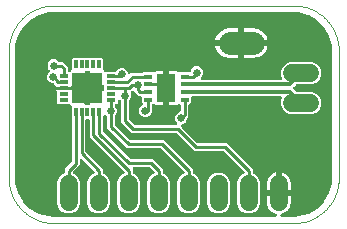
<source format=gtl>
G04 EAGLE Gerber X2 export*
%TF.Part,Single*%
%TF.FileFunction,Other,Top Layer*%
%TF.FilePolarity,Positive*%
%TF.GenerationSoftware,Autodesk,EAGLE,9.0.0*%
%TF.CreationDate,2018-05-03T06:16:30Z*%
G75*
%MOMM*%
%FSLAX35Y35*%
%LPD*%
%AMOC8*
5,1,8,0,0,1.08239X$1,22.5*%
G01*
%ADD10C,0.076200*%
%ADD11R,2.500000X2.500000*%
%ADD12R,0.750000X0.300000*%
%ADD13R,0.300000X0.750000*%
%ADD14R,1.550000X2.400000*%
%ADD15R,0.650000X0.350000*%
%ADD16C,1.500000*%
%ADD17C,1.981200*%
%ADD18C,1.524000*%
%ADD19C,0.254000*%
%ADD20C,0.650000*%
%ADD21C,0.355600*%

G36*
X2259818Y53960D02*
X2259818Y53960D01*
X2261009Y54034D01*
X2261392Y54158D01*
X2261790Y54209D01*
X2262899Y54648D01*
X2264035Y55016D01*
X2264375Y55231D01*
X2264748Y55379D01*
X2265713Y56080D01*
X2266722Y56719D01*
X2266998Y57012D01*
X2267323Y57248D01*
X2268084Y58167D01*
X2268902Y59036D01*
X2269095Y59388D01*
X2269352Y59698D01*
X2269861Y60777D01*
X2270437Y61823D01*
X2270537Y62212D01*
X2270708Y62575D01*
X2270933Y63747D01*
X2271231Y64903D01*
X2271232Y65304D01*
X2271308Y65699D01*
X2271234Y66888D01*
X2271236Y68084D01*
X2271136Y68475D01*
X2271111Y68874D01*
X2270745Y70005D01*
X2270449Y71166D01*
X2270256Y71520D01*
X2270132Y71901D01*
X2269494Y72910D01*
X2268921Y73956D01*
X2268648Y74249D01*
X2268432Y74589D01*
X2267561Y75410D01*
X2266748Y76279D01*
X2266409Y76495D01*
X2266117Y76771D01*
X2265070Y77348D01*
X2264065Y77989D01*
X2263513Y78208D01*
X2263332Y78308D01*
X2263129Y78361D01*
X2262558Y78588D01*
X2246999Y83643D01*
X2232749Y90903D01*
X2219811Y100304D01*
X2208504Y111611D01*
X2199103Y124549D01*
X2191843Y138799D01*
X2186901Y154008D01*
X2184399Y169804D01*
X2184399Y228601D01*
X2273298Y228601D01*
X2274478Y228750D01*
X2275663Y228823D01*
X2276050Y228948D01*
X2276454Y228999D01*
X2277560Y229437D01*
X2278690Y229802D01*
X2279034Y230020D01*
X2279413Y230169D01*
X2280372Y230866D01*
X2281378Y231502D01*
X2281658Y231800D01*
X2281987Y232038D01*
X2282744Y232952D01*
X2283559Y233818D01*
X2283756Y234174D01*
X2284016Y234488D01*
X2284523Y235562D01*
X2285097Y236603D01*
X2285199Y236998D01*
X2285373Y237365D01*
X2285596Y238530D01*
X2285894Y239682D01*
X2285933Y240287D01*
X2285972Y240489D01*
X2285959Y240695D01*
X2285998Y241300D01*
X2285998Y254002D01*
X2286002Y254002D01*
X2286002Y241300D01*
X2286151Y240120D01*
X2286224Y238936D01*
X2286349Y238549D01*
X2286400Y238144D01*
X2286838Y237038D01*
X2287203Y235909D01*
X2287421Y235564D01*
X2287571Y235186D01*
X2288267Y234227D01*
X2288903Y233220D01*
X2289201Y232940D01*
X2289439Y232612D01*
X2290353Y231855D01*
X2291219Y231039D01*
X2291575Y230842D01*
X2291889Y230582D01*
X2292963Y230076D01*
X2294004Y229501D01*
X2294399Y229399D01*
X2294767Y229226D01*
X2295932Y229002D01*
X2297083Y228704D01*
X2297688Y228665D01*
X2297891Y228627D01*
X2298097Y228639D01*
X2298701Y228601D01*
X2387600Y228601D01*
X2387600Y169804D01*
X2385098Y154008D01*
X2380157Y138799D01*
X2372896Y124549D01*
X2363496Y111611D01*
X2352189Y100304D01*
X2339250Y90903D01*
X2325001Y83643D01*
X2309441Y78588D01*
X2308360Y78079D01*
X2307252Y77640D01*
X2306927Y77405D01*
X2306563Y77233D01*
X2305641Y76471D01*
X2304677Y75772D01*
X2304421Y75463D01*
X2304111Y75206D01*
X2303410Y74242D01*
X2302648Y73322D01*
X2302476Y72958D01*
X2302240Y72633D01*
X2301801Y71525D01*
X2301291Y70444D01*
X2301216Y70050D01*
X2301068Y69677D01*
X2300917Y68492D01*
X2300692Y67320D01*
X2300717Y66920D01*
X2300666Y66521D01*
X2300815Y65335D01*
X2300888Y64145D01*
X2301012Y63764D01*
X2301062Y63364D01*
X2301501Y62253D01*
X2301868Y61118D01*
X2302082Y60779D01*
X2302230Y60405D01*
X2302929Y59440D01*
X2303568Y58430D01*
X2303861Y58154D01*
X2304096Y57829D01*
X2305013Y57068D01*
X2305883Y56249D01*
X2306235Y56054D01*
X2306544Y55798D01*
X2307621Y55289D01*
X2308668Y54711D01*
X2309058Y54610D01*
X2309420Y54439D01*
X2310592Y54213D01*
X2311748Y53914D01*
X2312342Y53876D01*
X2312544Y53837D01*
X2312752Y53850D01*
X2313366Y53810D01*
X2413000Y53810D01*
X2413208Y53837D01*
X2413830Y53838D01*
X2454880Y56528D01*
X2455310Y56611D01*
X2455746Y56615D01*
X2457336Y56934D01*
X2536637Y78182D01*
X2537426Y78504D01*
X2538247Y78732D01*
X2539482Y79343D01*
X2539582Y79384D01*
X2539618Y79410D01*
X2539700Y79451D01*
X2610799Y120500D01*
X2611479Y121016D01*
X2612212Y121448D01*
X2613243Y122355D01*
X2613333Y122423D01*
X2613362Y122459D01*
X2613429Y122518D01*
X2671481Y180571D01*
X2672003Y181243D01*
X2672601Y181851D01*
X2673365Y182998D01*
X2673431Y183084D01*
X2673449Y183124D01*
X2673500Y183201D01*
X2714549Y254300D01*
X2714879Y255084D01*
X2715299Y255827D01*
X2715532Y256516D01*
X2715626Y256715D01*
X2715661Y256897D01*
X2715741Y257135D01*
X2715782Y257233D01*
X2715788Y257275D01*
X2715818Y257363D01*
X2737066Y336663D01*
X2737125Y337096D01*
X2737263Y337512D01*
X2737472Y339120D01*
X2737863Y345083D01*
X2737863Y345085D01*
X2737863Y345087D01*
X2740162Y380169D01*
X2740150Y380378D01*
X2740189Y381000D01*
X2740189Y1460500D01*
X2740163Y1460708D01*
X2740162Y1461330D01*
X2737472Y1502380D01*
X2737388Y1502810D01*
X2737385Y1503246D01*
X2737288Y1503728D01*
X2737277Y1503903D01*
X2737213Y1504101D01*
X2737066Y1504836D01*
X2715818Y1584137D01*
X2715496Y1584926D01*
X2715268Y1585747D01*
X2714657Y1586982D01*
X2714616Y1587082D01*
X2714590Y1587118D01*
X2714549Y1587200D01*
X2673500Y1658299D01*
X2672984Y1658979D01*
X2672552Y1659712D01*
X2671645Y1660743D01*
X2671577Y1660833D01*
X2671541Y1660862D01*
X2671481Y1660929D01*
X2613429Y1718981D01*
X2612757Y1719503D01*
X2612148Y1720101D01*
X2611002Y1720865D01*
X2610916Y1720931D01*
X2610876Y1720949D01*
X2610799Y1721000D01*
X2539700Y1762049D01*
X2538913Y1762380D01*
X2538173Y1762799D01*
X2536869Y1763239D01*
X2536767Y1763282D01*
X2536723Y1763288D01*
X2536637Y1763318D01*
X2457336Y1784566D01*
X2456903Y1784625D01*
X2456488Y1784763D01*
X2454880Y1784972D01*
X2413831Y1787662D01*
X2413622Y1787650D01*
X2413000Y1787689D01*
X381000Y1787689D01*
X380792Y1787663D01*
X380169Y1787662D01*
X339120Y1784972D01*
X338690Y1784888D01*
X338253Y1784885D01*
X336664Y1784566D01*
X257363Y1763318D01*
X256574Y1762996D01*
X255753Y1762768D01*
X254518Y1762157D01*
X254418Y1762116D01*
X254382Y1762090D01*
X254300Y1762049D01*
X183201Y1721000D01*
X182521Y1720484D01*
X181788Y1720052D01*
X180757Y1719145D01*
X180667Y1719077D01*
X180638Y1719041D01*
X180571Y1718981D01*
X122518Y1660929D01*
X121997Y1660257D01*
X121399Y1659648D01*
X120635Y1658502D01*
X120568Y1658416D01*
X120551Y1658376D01*
X120500Y1658299D01*
X79451Y1587200D01*
X79120Y1586413D01*
X78701Y1585673D01*
X78261Y1584369D01*
X78218Y1584267D01*
X78211Y1584223D01*
X78182Y1584137D01*
X56934Y1504836D01*
X56874Y1504404D01*
X56737Y1503988D01*
X56528Y1502380D01*
X56526Y1502351D01*
X56526Y1502350D01*
X56526Y1502348D01*
X54029Y1464253D01*
X54029Y1464252D01*
X54029Y1464250D01*
X53838Y1461331D01*
X53850Y1461122D01*
X53810Y1460500D01*
X53810Y381000D01*
X53837Y380792D01*
X53838Y380169D01*
X56528Y339120D01*
X56611Y338690D01*
X56615Y338253D01*
X56934Y336664D01*
X78182Y257363D01*
X78504Y256574D01*
X78732Y255753D01*
X79343Y254518D01*
X79384Y254418D01*
X79410Y254382D01*
X79451Y254300D01*
X120500Y183201D01*
X121016Y182521D01*
X121448Y181788D01*
X122355Y180757D01*
X122423Y180667D01*
X122459Y180638D01*
X122518Y180571D01*
X180571Y122518D01*
X181243Y121997D01*
X181851Y121399D01*
X182998Y120635D01*
X183084Y120568D01*
X183124Y120551D01*
X183201Y120500D01*
X254300Y79451D01*
X255087Y79120D01*
X255827Y78701D01*
X257131Y78261D01*
X257233Y78218D01*
X257277Y78211D01*
X257363Y78182D01*
X336664Y56934D01*
X337096Y56874D01*
X337512Y56737D01*
X339120Y56528D01*
X380169Y53838D01*
X380378Y53850D01*
X381000Y53810D01*
X2258634Y53810D01*
X2259818Y53960D01*
G37*
%LPC*%
G36*
X488865Y81599D02*
X488865Y81599D01*
X453506Y96246D01*
X426446Y123306D01*
X411799Y158665D01*
X411799Y349335D01*
X426446Y384694D01*
X453506Y411754D01*
X467460Y417534D01*
X467715Y417679D01*
X467991Y417769D01*
X469091Y418464D01*
X470223Y419110D01*
X470432Y419313D01*
X470680Y419469D01*
X471574Y420419D01*
X472508Y421323D01*
X472661Y421572D01*
X472861Y421784D01*
X473491Y422926D01*
X474172Y424035D01*
X474258Y424313D01*
X474399Y424569D01*
X474725Y425832D01*
X475109Y427075D01*
X475123Y427366D01*
X475196Y427649D01*
X475299Y429267D01*
X475299Y458045D01*
X530330Y513076D01*
X530933Y513853D01*
X531611Y514573D01*
X531906Y515107D01*
X532280Y515589D01*
X532671Y516493D01*
X533149Y517358D01*
X533302Y517950D01*
X533544Y518508D01*
X533698Y519481D01*
X533946Y520438D01*
X534010Y521446D01*
X534043Y521650D01*
X534031Y521773D01*
X534049Y522055D01*
X534049Y889655D01*
X533926Y890633D01*
X533897Y891620D01*
X533727Y892207D01*
X533651Y892811D01*
X533289Y893727D01*
X533015Y894676D01*
X532705Y895203D01*
X532481Y895769D01*
X531902Y896567D01*
X531749Y896825D01*
X531749Y987112D01*
X531618Y988158D01*
X531575Y989211D01*
X531419Y989731D01*
X531351Y990268D01*
X530963Y991247D01*
X530660Y992258D01*
X530380Y992723D01*
X530181Y993226D01*
X529561Y994079D01*
X529017Y994982D01*
X528630Y995362D01*
X528312Y995800D01*
X527499Y996474D01*
X526748Y997212D01*
X526353Y997475D01*
X521024Y1002804D01*
X520660Y1003380D01*
X520265Y1003752D01*
X519938Y1004183D01*
X519112Y1004838D01*
X518344Y1005561D01*
X517870Y1005823D01*
X517445Y1006160D01*
X516483Y1006589D01*
X515559Y1007099D01*
X515034Y1007235D01*
X514540Y1007455D01*
X513502Y1007632D01*
X512480Y1007896D01*
X511622Y1007951D01*
X511404Y1007988D01*
X511247Y1007975D01*
X510862Y1007999D01*
X420965Y1007999D01*
X409249Y1019715D01*
X409249Y1108438D01*
X409134Y1109351D01*
X409117Y1110269D01*
X408936Y1110922D01*
X408851Y1111594D01*
X408513Y1112449D01*
X408267Y1113335D01*
X407745Y1114390D01*
X407681Y1114552D01*
X407630Y1114622D01*
X407548Y1114788D01*
X405580Y1118195D01*
X403849Y1124655D01*
X403849Y1130299D01*
X466747Y1130299D01*
X466749Y1130299D01*
X466753Y1130299D01*
X529651Y1130299D01*
X529799Y1129120D01*
X529873Y1127936D01*
X529998Y1127549D01*
X530049Y1127144D01*
X530486Y1126039D01*
X530852Y1124909D01*
X531069Y1124565D01*
X531219Y1124186D01*
X531915Y1123227D01*
X532552Y1122221D01*
X532849Y1121940D01*
X533088Y1121612D01*
X534001Y1120855D01*
X534867Y1120039D01*
X535223Y1119843D01*
X535538Y1119583D01*
X536612Y1119076D01*
X537652Y1118502D01*
X538047Y1118399D01*
X538415Y1118226D01*
X539580Y1118003D01*
X540732Y1117704D01*
X541337Y1117666D01*
X541539Y1117627D01*
X541745Y1117640D01*
X542350Y1117601D01*
X641351Y1117601D01*
X641351Y1013200D01*
X641500Y1012020D01*
X641573Y1010835D01*
X641698Y1010448D01*
X641749Y1010044D01*
X642187Y1008938D01*
X642552Y1007808D01*
X642770Y1007464D01*
X642920Y1007086D01*
X643616Y1006126D01*
X644253Y1005120D01*
X644550Y1004840D01*
X644788Y1004511D01*
X645702Y1003754D01*
X646568Y1002939D01*
X646924Y1002742D01*
X647238Y1002482D01*
X648313Y1001975D01*
X649353Y1001401D01*
X649748Y1001299D01*
X650116Y1001125D01*
X651281Y1000902D01*
X652433Y1000604D01*
X653037Y1000565D01*
X653240Y1000526D01*
X653446Y1000539D01*
X654050Y1000500D01*
X679449Y1000500D01*
X680629Y1000649D01*
X681813Y1000723D01*
X682200Y1000848D01*
X682605Y1000899D01*
X683711Y1001336D01*
X684840Y1001702D01*
X685185Y1001919D01*
X685563Y1002069D01*
X686523Y1002765D01*
X687529Y1003402D01*
X687809Y1003699D01*
X688138Y1003938D01*
X688894Y1004851D01*
X689710Y1005717D01*
X689907Y1006073D01*
X690167Y1006388D01*
X690673Y1007462D01*
X691248Y1008502D01*
X691350Y1008897D01*
X691523Y1009265D01*
X691747Y1010430D01*
X692045Y1011582D01*
X692084Y1012187D01*
X692123Y1012389D01*
X692110Y1012595D01*
X692148Y1013200D01*
X692148Y1117601D01*
X796550Y1117601D01*
X797730Y1117750D01*
X798914Y1117823D01*
X799301Y1117948D01*
X799706Y1117999D01*
X800812Y1118437D01*
X801941Y1118802D01*
X802286Y1119020D01*
X802664Y1119170D01*
X803623Y1119866D01*
X804630Y1120503D01*
X804910Y1120800D01*
X805238Y1121038D01*
X805995Y1121952D01*
X806811Y1122818D01*
X807008Y1123174D01*
X807268Y1123488D01*
X807774Y1124563D01*
X808349Y1125603D01*
X808451Y1125998D01*
X808624Y1126366D01*
X808848Y1127531D01*
X809146Y1128683D01*
X809185Y1129287D01*
X809223Y1129490D01*
X809211Y1129696D01*
X809249Y1130300D01*
X809249Y1155699D01*
X809100Y1156879D01*
X809027Y1158063D01*
X808902Y1158450D01*
X808851Y1158855D01*
X808413Y1159961D01*
X808048Y1161090D01*
X807830Y1161435D01*
X807681Y1161813D01*
X806984Y1162773D01*
X806348Y1163779D01*
X806050Y1164059D01*
X805812Y1164388D01*
X804898Y1165144D01*
X804033Y1165960D01*
X803676Y1166157D01*
X803362Y1166417D01*
X802288Y1166923D01*
X801248Y1167498D01*
X800853Y1167600D01*
X800485Y1167773D01*
X799320Y1167997D01*
X798168Y1168295D01*
X797563Y1168334D01*
X797361Y1168373D01*
X797155Y1168360D01*
X796550Y1168398D01*
X692148Y1168398D01*
X692148Y1272800D01*
X691999Y1273980D01*
X691926Y1275164D01*
X691801Y1275551D01*
X691750Y1275956D01*
X691313Y1277062D01*
X690947Y1278191D01*
X690729Y1278536D01*
X690580Y1278914D01*
X689883Y1279873D01*
X689247Y1280880D01*
X688949Y1281160D01*
X688711Y1281488D01*
X687798Y1282245D01*
X686932Y1283061D01*
X686575Y1283258D01*
X686261Y1283518D01*
X685187Y1284024D01*
X684147Y1284599D01*
X683752Y1284701D01*
X683384Y1284874D01*
X682219Y1285098D01*
X681067Y1285396D01*
X680462Y1285435D01*
X680260Y1285473D01*
X680054Y1285461D01*
X679449Y1285499D01*
X654050Y1285499D01*
X652870Y1285350D01*
X651686Y1285277D01*
X651299Y1285152D01*
X650894Y1285101D01*
X649789Y1284663D01*
X648659Y1284298D01*
X648315Y1284080D01*
X647936Y1283931D01*
X646977Y1283234D01*
X645971Y1282598D01*
X645690Y1282300D01*
X645362Y1282062D01*
X644605Y1281148D01*
X643789Y1280283D01*
X643593Y1279926D01*
X643333Y1279612D01*
X642826Y1278538D01*
X642252Y1277498D01*
X642149Y1277103D01*
X641976Y1276735D01*
X641753Y1275570D01*
X641454Y1274418D01*
X641416Y1273813D01*
X641377Y1273611D01*
X641390Y1273405D01*
X641351Y1272800D01*
X641351Y1168398D01*
X542350Y1168398D01*
X541170Y1168249D01*
X539985Y1168176D01*
X539598Y1168051D01*
X539194Y1168000D01*
X538088Y1167563D01*
X536958Y1167197D01*
X536614Y1166979D01*
X536236Y1166830D01*
X535276Y1166133D01*
X534270Y1165497D01*
X533990Y1165199D01*
X533661Y1164961D01*
X532904Y1164047D01*
X532089Y1163182D01*
X531892Y1162825D01*
X531632Y1162511D01*
X531125Y1161437D01*
X530551Y1160397D01*
X530449Y1160002D01*
X530275Y1159634D01*
X530052Y1158469D01*
X529754Y1157317D01*
X529715Y1156712D01*
X529676Y1156510D01*
X529689Y1156304D01*
X529650Y1155701D01*
X466753Y1155701D01*
X466751Y1155700D01*
X466747Y1155701D01*
X403843Y1155701D01*
X403726Y1156627D01*
X403697Y1157615D01*
X403527Y1158201D01*
X403451Y1158806D01*
X403088Y1159723D01*
X402814Y1160671D01*
X402505Y1161196D01*
X402281Y1161764D01*
X401702Y1162562D01*
X401201Y1163413D01*
X400533Y1164172D01*
X400412Y1164338D01*
X400317Y1164417D01*
X400130Y1164630D01*
X384375Y1180384D01*
X383597Y1180988D01*
X382878Y1181665D01*
X382343Y1181960D01*
X381862Y1182333D01*
X380958Y1182725D01*
X380093Y1183203D01*
X379503Y1183355D01*
X378943Y1183598D01*
X377968Y1183753D01*
X377013Y1184000D01*
X376005Y1184064D01*
X375801Y1184097D01*
X375678Y1184085D01*
X375396Y1184103D01*
X366307Y1184103D01*
X347010Y1192096D01*
X332242Y1206864D01*
X324249Y1226161D01*
X324249Y1247047D01*
X332242Y1266343D01*
X344096Y1278197D01*
X344824Y1279135D01*
X345611Y1280026D01*
X345797Y1280388D01*
X346046Y1280710D01*
X346518Y1281801D01*
X347059Y1282858D01*
X347148Y1283255D01*
X347310Y1283629D01*
X347496Y1284798D01*
X347758Y1285962D01*
X347746Y1286370D01*
X347809Y1286771D01*
X347698Y1287952D01*
X347663Y1289141D01*
X347550Y1289533D01*
X347512Y1289938D01*
X347111Y1291056D01*
X346781Y1292198D01*
X346574Y1292549D01*
X346437Y1292932D01*
X345771Y1293914D01*
X345167Y1294939D01*
X344768Y1295393D01*
X344651Y1295565D01*
X344496Y1295702D01*
X344096Y1296156D01*
X336492Y1303760D01*
X328499Y1323057D01*
X328499Y1343943D01*
X336492Y1363239D01*
X351260Y1378008D01*
X370557Y1386000D01*
X391443Y1386000D01*
X410739Y1378008D01*
X418827Y1369920D01*
X419605Y1369317D01*
X420324Y1368639D01*
X420858Y1368344D01*
X421340Y1367970D01*
X422244Y1367578D01*
X423109Y1367101D01*
X423701Y1366948D01*
X424259Y1366706D01*
X425232Y1366552D01*
X426189Y1366304D01*
X427197Y1366239D01*
X427401Y1366207D01*
X427524Y1366218D01*
X427807Y1366200D01*
X458045Y1366200D01*
X499450Y1324795D01*
X499450Y1292281D01*
X499625Y1290900D01*
X499754Y1289519D01*
X499823Y1289327D01*
X499849Y1289125D01*
X500360Y1287832D01*
X500830Y1286525D01*
X500944Y1286356D01*
X501019Y1286167D01*
X501836Y1285042D01*
X502615Y1283892D01*
X502768Y1283757D01*
X502888Y1283592D01*
X503958Y1282706D01*
X504999Y1281786D01*
X505181Y1281693D01*
X505338Y1281563D01*
X506592Y1280971D01*
X507832Y1280338D01*
X508031Y1280293D01*
X508215Y1280206D01*
X509575Y1279946D01*
X510935Y1279639D01*
X511139Y1279645D01*
X511339Y1279607D01*
X512720Y1279693D01*
X514115Y1279734D01*
X514312Y1279791D01*
X514514Y1279803D01*
X515832Y1280230D01*
X517171Y1280616D01*
X517347Y1280720D01*
X517541Y1280783D01*
X518715Y1281525D01*
X519913Y1282230D01*
X520124Y1282416D01*
X520229Y1282483D01*
X520373Y1282635D01*
X521130Y1283301D01*
X526555Y1288727D01*
X527130Y1289090D01*
X527502Y1289485D01*
X527933Y1289812D01*
X528588Y1290638D01*
X529311Y1291405D01*
X529573Y1291880D01*
X529910Y1292304D01*
X530339Y1293267D01*
X530849Y1294190D01*
X530985Y1294716D01*
X531205Y1295210D01*
X531382Y1296248D01*
X531646Y1297270D01*
X531701Y1298128D01*
X531738Y1298346D01*
X531725Y1298503D01*
X531749Y1298888D01*
X531749Y1388785D01*
X543465Y1400500D01*
X790035Y1400500D01*
X801750Y1388785D01*
X801750Y1298888D01*
X801882Y1297842D01*
X801925Y1296788D01*
X802081Y1296269D01*
X802149Y1295732D01*
X802536Y1294753D01*
X802840Y1293742D01*
X803120Y1293277D01*
X803319Y1292774D01*
X803939Y1291920D01*
X804483Y1291018D01*
X804869Y1290638D01*
X805188Y1290199D01*
X806001Y1289526D01*
X806752Y1288788D01*
X807147Y1288524D01*
X812476Y1283196D01*
X812840Y1282620D01*
X813235Y1282248D01*
X813562Y1281817D01*
X814388Y1281162D01*
X815155Y1280439D01*
X815630Y1280177D01*
X816054Y1279840D01*
X817017Y1279411D01*
X817940Y1278901D01*
X818466Y1278765D01*
X818960Y1278545D01*
X819998Y1278368D01*
X821020Y1278104D01*
X821878Y1278049D01*
X822096Y1278012D01*
X822253Y1278025D01*
X822638Y1278000D01*
X899644Y1278000D01*
X899935Y1278037D01*
X900225Y1278014D01*
X901507Y1278236D01*
X902800Y1278399D01*
X903072Y1278506D01*
X903360Y1278556D01*
X904549Y1279091D01*
X905758Y1279569D01*
X905994Y1279740D01*
X906261Y1279860D01*
X907282Y1280675D01*
X908333Y1281438D01*
X908518Y1281662D01*
X908748Y1281845D01*
X909532Y1282886D01*
X910362Y1283888D01*
X910487Y1284152D01*
X910663Y1284385D01*
X911377Y1285840D01*
X912992Y1289739D01*
X927760Y1304508D01*
X947057Y1312500D01*
X967943Y1312500D01*
X987239Y1304508D01*
X1002008Y1289739D01*
X1009668Y1271246D01*
X1009913Y1270814D01*
X1010080Y1270350D01*
X1010698Y1269440D01*
X1011243Y1268482D01*
X1011588Y1268127D01*
X1011866Y1267717D01*
X1012691Y1266988D01*
X1013457Y1266197D01*
X1013879Y1265938D01*
X1014250Y1265611D01*
X1015228Y1265110D01*
X1016168Y1264534D01*
X1016642Y1264388D01*
X1017082Y1264163D01*
X1018157Y1263921D01*
X1019208Y1263597D01*
X1019702Y1263573D01*
X1020186Y1263464D01*
X1021286Y1263497D01*
X1022386Y1263444D01*
X1022871Y1263544D01*
X1023365Y1263559D01*
X1024423Y1263864D01*
X1025501Y1264086D01*
X1025946Y1264304D01*
X1026422Y1264441D01*
X1027371Y1265000D01*
X1028359Y1265483D01*
X1028736Y1265803D01*
X1029163Y1266055D01*
X1030380Y1267126D01*
X1036455Y1273200D01*
X1127655Y1273200D01*
X1128633Y1273324D01*
X1129620Y1273353D01*
X1130207Y1273523D01*
X1130811Y1273599D01*
X1131727Y1273961D01*
X1132676Y1274235D01*
X1133203Y1274545D01*
X1133769Y1274769D01*
X1134567Y1275348D01*
X1135418Y1275849D01*
X1136175Y1276516D01*
X1136343Y1276638D01*
X1136423Y1276733D01*
X1136635Y1276920D01*
X1137715Y1278000D01*
X1219541Y1278000D01*
X1220031Y1277568D01*
X1220393Y1277382D01*
X1220714Y1277133D01*
X1221805Y1276661D01*
X1222863Y1276120D01*
X1223260Y1276030D01*
X1223633Y1275869D01*
X1224806Y1275683D01*
X1225967Y1275421D01*
X1226374Y1275433D01*
X1226775Y1275370D01*
X1227959Y1275481D01*
X1229147Y1275516D01*
X1229537Y1275629D01*
X1229943Y1275667D01*
X1231063Y1276069D01*
X1232203Y1276398D01*
X1232553Y1276604D01*
X1232937Y1276742D01*
X1233921Y1277409D01*
X1234944Y1278012D01*
X1235398Y1278411D01*
X1235569Y1278527D01*
X1235707Y1278683D01*
X1236162Y1279083D01*
X1240404Y1283326D01*
X1246195Y1286669D01*
X1252655Y1288400D01*
X1308101Y1288400D01*
X1308101Y1155701D01*
X1308250Y1154521D01*
X1308323Y1153337D01*
X1308448Y1152950D01*
X1308499Y1152545D01*
X1308937Y1151439D01*
X1309302Y1150310D01*
X1309520Y1149965D01*
X1309670Y1149587D01*
X1310366Y1148628D01*
X1311003Y1147621D01*
X1311300Y1147341D01*
X1311538Y1147013D01*
X1312452Y1146256D01*
X1313318Y1145440D01*
X1313674Y1145243D01*
X1313988Y1144983D01*
X1315063Y1144477D01*
X1316103Y1143902D01*
X1316498Y1143800D01*
X1316866Y1143627D01*
X1318031Y1143403D01*
X1319183Y1143105D01*
X1319787Y1143066D01*
X1319990Y1143028D01*
X1320196Y1143040D01*
X1320800Y1143002D01*
X1346199Y1143002D01*
X1347379Y1143151D01*
X1348563Y1143224D01*
X1348950Y1143349D01*
X1349355Y1143400D01*
X1350461Y1143838D01*
X1351590Y1144203D01*
X1351935Y1144421D01*
X1352313Y1144570D01*
X1353273Y1145267D01*
X1354279Y1145903D01*
X1354559Y1146201D01*
X1354888Y1146439D01*
X1355644Y1147353D01*
X1356460Y1148218D01*
X1356657Y1148575D01*
X1356917Y1148889D01*
X1357423Y1149963D01*
X1357998Y1151003D01*
X1358100Y1151398D01*
X1358273Y1151766D01*
X1358497Y1152931D01*
X1358795Y1154083D01*
X1358834Y1154688D01*
X1358873Y1154890D01*
X1358860Y1155096D01*
X1358898Y1155701D01*
X1358898Y1288400D01*
X1414344Y1288400D01*
X1420804Y1286669D01*
X1426595Y1283326D01*
X1430838Y1279083D01*
X1431780Y1278352D01*
X1432668Y1277568D01*
X1433029Y1277383D01*
X1433351Y1277133D01*
X1434443Y1276660D01*
X1435500Y1276120D01*
X1435898Y1276030D01*
X1436271Y1275869D01*
X1437443Y1275683D01*
X1438604Y1275421D01*
X1439011Y1275433D01*
X1439412Y1275370D01*
X1440596Y1275481D01*
X1441784Y1275516D01*
X1442174Y1275629D01*
X1442579Y1275667D01*
X1443698Y1276068D01*
X1444840Y1276398D01*
X1445191Y1276605D01*
X1445573Y1276742D01*
X1446557Y1277409D01*
X1447561Y1278000D01*
X1528406Y1278000D01*
X1528695Y1278037D01*
X1528987Y1278013D01*
X1530272Y1278236D01*
X1531562Y1278399D01*
X1531833Y1278506D01*
X1532121Y1278556D01*
X1533308Y1279089D01*
X1534520Y1279569D01*
X1534757Y1279741D01*
X1535023Y1279860D01*
X1536040Y1280673D01*
X1537094Y1281438D01*
X1537281Y1281663D01*
X1537509Y1281845D01*
X1538291Y1282883D01*
X1539124Y1283888D01*
X1539249Y1284153D01*
X1539424Y1284385D01*
X1540139Y1285840D01*
X1547242Y1302989D01*
X1562010Y1317758D01*
X1581307Y1325750D01*
X1602193Y1325750D01*
X1621489Y1317758D01*
X1636258Y1302989D01*
X1644250Y1283693D01*
X1644250Y1262807D01*
X1636258Y1243511D01*
X1627706Y1234960D01*
X1626854Y1233862D01*
X1625968Y1232792D01*
X1625881Y1232607D01*
X1625756Y1232446D01*
X1625204Y1231172D01*
X1624612Y1229914D01*
X1624573Y1229714D01*
X1624492Y1229527D01*
X1624274Y1228156D01*
X1624013Y1226790D01*
X1624025Y1226587D01*
X1623993Y1226385D01*
X1624123Y1224998D01*
X1624209Y1223615D01*
X1624271Y1223423D01*
X1624290Y1223218D01*
X1624762Y1221905D01*
X1625188Y1220588D01*
X1625297Y1220416D01*
X1625366Y1220224D01*
X1626143Y1219078D01*
X1626888Y1217900D01*
X1627038Y1217759D01*
X1627151Y1217592D01*
X1628188Y1216675D01*
X1629203Y1215719D01*
X1629382Y1215620D01*
X1629535Y1215485D01*
X1630770Y1214854D01*
X1631988Y1214181D01*
X1632187Y1214130D01*
X1632368Y1214037D01*
X1633722Y1213732D01*
X1635068Y1213384D01*
X1635350Y1213366D01*
X1635471Y1213338D01*
X1635680Y1213345D01*
X1636686Y1213280D01*
X2303160Y1213280D01*
X2303652Y1213343D01*
X2304146Y1213319D01*
X2305224Y1213541D01*
X2306316Y1213679D01*
X2306776Y1213861D01*
X2307262Y1213961D01*
X2308252Y1214445D01*
X2309274Y1214849D01*
X2309675Y1215140D01*
X2310120Y1215357D01*
X2310957Y1216071D01*
X2311849Y1216718D01*
X2312165Y1217099D01*
X2312541Y1217420D01*
X2313175Y1218319D01*
X2313878Y1219168D01*
X2314089Y1219615D01*
X2314374Y1220020D01*
X2314766Y1221050D01*
X2315235Y1222045D01*
X2315328Y1222530D01*
X2315504Y1222994D01*
X2315627Y1224089D01*
X2315834Y1225169D01*
X2315803Y1225663D01*
X2315858Y1226155D01*
X2315705Y1227247D01*
X2315638Y1228344D01*
X2315485Y1228814D01*
X2315417Y1229305D01*
X2314893Y1230840D01*
X2306499Y1251103D01*
X2306499Y1288897D01*
X2320963Y1323814D01*
X2347686Y1350537D01*
X2382603Y1365000D01*
X2570397Y1365000D01*
X2605314Y1350537D01*
X2632037Y1323814D01*
X2646500Y1288897D01*
X2646500Y1251103D01*
X2632037Y1216186D01*
X2605314Y1189463D01*
X2570397Y1174999D01*
X2440189Y1174999D01*
X2439212Y1174876D01*
X2438224Y1174847D01*
X2437638Y1174677D01*
X2437033Y1174601D01*
X2436118Y1174239D01*
X2435168Y1173965D01*
X2434641Y1173655D01*
X2434075Y1173431D01*
X2433277Y1172852D01*
X2432427Y1172351D01*
X2431669Y1171684D01*
X2431501Y1171562D01*
X2431421Y1171466D01*
X2431209Y1171280D01*
X2411909Y1151980D01*
X2411182Y1151042D01*
X2410394Y1150151D01*
X2410209Y1149788D01*
X2409959Y1149467D01*
X2409488Y1148377D01*
X2408947Y1147318D01*
X2408857Y1146921D01*
X2408695Y1146547D01*
X2408509Y1145377D01*
X2408248Y1144215D01*
X2408260Y1143807D01*
X2408196Y1143406D01*
X2408307Y1142226D01*
X2408343Y1141035D01*
X2408456Y1140643D01*
X2408494Y1140238D01*
X2408894Y1139123D01*
X2409224Y1137979D01*
X2409431Y1137628D01*
X2409569Y1137244D01*
X2410237Y1136260D01*
X2410838Y1135238D01*
X2411238Y1134783D01*
X2411354Y1134612D01*
X2411510Y1134474D01*
X2411909Y1134020D01*
X2431209Y1114720D01*
X2431988Y1114116D01*
X2432707Y1113439D01*
X2433241Y1113144D01*
X2433723Y1112770D01*
X2434627Y1112378D01*
X2435492Y1111901D01*
X2436083Y1111748D01*
X2436642Y1111506D01*
X2437615Y1111351D01*
X2438571Y1111104D01*
X2439579Y1111039D01*
X2439783Y1111007D01*
X2439906Y1111018D01*
X2440189Y1111000D01*
X2570397Y1111000D01*
X2605314Y1096537D01*
X2632037Y1069814D01*
X2646500Y1034897D01*
X2646500Y997103D01*
X2632037Y962186D01*
X2605314Y935463D01*
X2570397Y920999D01*
X2382603Y920999D01*
X2347686Y935463D01*
X2320963Y962186D01*
X2306499Y997103D01*
X2306499Y1034897D01*
X2314893Y1055160D01*
X2315023Y1055637D01*
X2315235Y1056085D01*
X2315442Y1057164D01*
X2315733Y1058228D01*
X2315741Y1058724D01*
X2315834Y1059209D01*
X2315766Y1060307D01*
X2315783Y1061409D01*
X2315668Y1061891D01*
X2315638Y1062384D01*
X2315299Y1063431D01*
X2315042Y1064503D01*
X2314811Y1064940D01*
X2314658Y1065411D01*
X2314069Y1066343D01*
X2313555Y1067315D01*
X2313223Y1067681D01*
X2312958Y1068100D01*
X2312155Y1068857D01*
X2311416Y1069669D01*
X2311004Y1069941D01*
X2310643Y1070281D01*
X2309678Y1070814D01*
X2308759Y1071418D01*
X2308292Y1071579D01*
X2307858Y1071819D01*
X2306792Y1072095D01*
X2305751Y1072453D01*
X2305257Y1072492D01*
X2304778Y1072616D01*
X2303160Y1072719D01*
X1553700Y1072719D01*
X1552520Y1072570D01*
X1551335Y1072497D01*
X1550948Y1072372D01*
X1550544Y1072321D01*
X1549438Y1071883D01*
X1548308Y1071518D01*
X1547964Y1071300D01*
X1547586Y1071151D01*
X1546626Y1070454D01*
X1545620Y1069818D01*
X1545340Y1069520D01*
X1545011Y1069282D01*
X1544254Y1068368D01*
X1543439Y1067503D01*
X1543242Y1067146D01*
X1542982Y1066832D01*
X1542475Y1065758D01*
X1541901Y1064718D01*
X1541799Y1064323D01*
X1541625Y1063955D01*
X1541402Y1062790D01*
X1541104Y1061638D01*
X1541065Y1061033D01*
X1541026Y1060831D01*
X1541039Y1060625D01*
X1541000Y1060020D01*
X1541000Y1019715D01*
X1527531Y1006246D01*
X1526826Y1005734D01*
X1525820Y1005098D01*
X1525540Y1004800D01*
X1525211Y1004562D01*
X1524454Y1003648D01*
X1523639Y1002783D01*
X1523442Y1002426D01*
X1523182Y1002112D01*
X1522675Y1001038D01*
X1522101Y999998D01*
X1521999Y999603D01*
X1521825Y999235D01*
X1521602Y998070D01*
X1521304Y996918D01*
X1521265Y996313D01*
X1521226Y996111D01*
X1521239Y995905D01*
X1521200Y995300D01*
X1521200Y903455D01*
X1516720Y898975D01*
X1516116Y898196D01*
X1515439Y897477D01*
X1515144Y896943D01*
X1514770Y896461D01*
X1514378Y895557D01*
X1513901Y894692D01*
X1513748Y894101D01*
X1513506Y893542D01*
X1513351Y892569D01*
X1513104Y891613D01*
X1513039Y890604D01*
X1513007Y890400D01*
X1513018Y890278D01*
X1513000Y889995D01*
X1513000Y878557D01*
X1505008Y859260D01*
X1490239Y844492D01*
X1470463Y836301D01*
X1469343Y836195D01*
X1469151Y836127D01*
X1468949Y836101D01*
X1467656Y835590D01*
X1466349Y835120D01*
X1466180Y835006D01*
X1465991Y834931D01*
X1464866Y834114D01*
X1463716Y833334D01*
X1463581Y833182D01*
X1463416Y833062D01*
X1462530Y831992D01*
X1461610Y830951D01*
X1461517Y830769D01*
X1461387Y830612D01*
X1460795Y829358D01*
X1460162Y828118D01*
X1460117Y827918D01*
X1460030Y827735D01*
X1459770Y826375D01*
X1459463Y825015D01*
X1459469Y824810D01*
X1459431Y824611D01*
X1459517Y823230D01*
X1459558Y821835D01*
X1459615Y821638D01*
X1459628Y821436D01*
X1460054Y820118D01*
X1460440Y818778D01*
X1460544Y818603D01*
X1460607Y818409D01*
X1461349Y817235D01*
X1462054Y816037D01*
X1462240Y815825D01*
X1462307Y815720D01*
X1462459Y815577D01*
X1463125Y814820D01*
X1469770Y808175D01*
X1469771Y808174D01*
X1597326Y680620D01*
X1598103Y680017D01*
X1598823Y679339D01*
X1599357Y679044D01*
X1599839Y678670D01*
X1600743Y678278D01*
X1601608Y677801D01*
X1602200Y677648D01*
X1602758Y677406D01*
X1603731Y677252D01*
X1604688Y677004D01*
X1605696Y676939D01*
X1605900Y676907D01*
X1606023Y676918D01*
X1606305Y676900D01*
X1845845Y676900D01*
X2064700Y458045D01*
X2064700Y429267D01*
X2064737Y428978D01*
X2064713Y428686D01*
X2064936Y427401D01*
X2065099Y426111D01*
X2065206Y425839D01*
X2065256Y425552D01*
X2065789Y424365D01*
X2066269Y423153D01*
X2066441Y422916D01*
X2066560Y422650D01*
X2067373Y421633D01*
X2068138Y420578D01*
X2068363Y420392D01*
X2068545Y420164D01*
X2069583Y419382D01*
X2070588Y418549D01*
X2070853Y418424D01*
X2071085Y418249D01*
X2072540Y417534D01*
X2086494Y411754D01*
X2113554Y384694D01*
X2128200Y349335D01*
X2128200Y158665D01*
X2113554Y123306D01*
X2086494Y96246D01*
X2051135Y81599D01*
X2012865Y81599D01*
X1977506Y96246D01*
X1950446Y123306D01*
X1935799Y158665D01*
X1935799Y349335D01*
X1950446Y384694D01*
X1977506Y411754D01*
X1988934Y416488D01*
X1989364Y416733D01*
X1989830Y416900D01*
X1990741Y417518D01*
X1991697Y418064D01*
X1992053Y418408D01*
X1992463Y418686D01*
X1993192Y419512D01*
X1993982Y420277D01*
X1994241Y420699D01*
X1994569Y421070D01*
X1995070Y422050D01*
X1995646Y422989D01*
X1995792Y423462D01*
X1996017Y423902D01*
X1996258Y424976D01*
X1996583Y426028D01*
X1996607Y426522D01*
X1996715Y427006D01*
X1996683Y428109D01*
X1996735Y429206D01*
X1996635Y429689D01*
X1996621Y430185D01*
X1996315Y431245D01*
X1996093Y432322D01*
X1995876Y432766D01*
X1995739Y433242D01*
X1995180Y434190D01*
X1994697Y435180D01*
X1994375Y435558D01*
X1994125Y435983D01*
X1993054Y437200D01*
X1822474Y607780D01*
X1821697Y608383D01*
X1820977Y609061D01*
X1820442Y609357D01*
X1819961Y609730D01*
X1819058Y610120D01*
X1818192Y610599D01*
X1817600Y610752D01*
X1817042Y610994D01*
X1816069Y611148D01*
X1815112Y611396D01*
X1814104Y611460D01*
X1813900Y611493D01*
X1813777Y611481D01*
X1813494Y611499D01*
X1573954Y611499D01*
X1423524Y761930D01*
X1422746Y762533D01*
X1422027Y763211D01*
X1421493Y763506D01*
X1421011Y763880D01*
X1420107Y764271D01*
X1419242Y764749D01*
X1418650Y764902D01*
X1418092Y765144D01*
X1417119Y765298D01*
X1416162Y765546D01*
X1415154Y765610D01*
X1414950Y765643D01*
X1414827Y765631D01*
X1414544Y765649D01*
X1038804Y765649D01*
X951549Y852904D01*
X951549Y1032693D01*
X951426Y1033671D01*
X951397Y1034658D01*
X951227Y1035245D01*
X951151Y1035849D01*
X950789Y1036765D01*
X950515Y1037715D01*
X950205Y1038241D01*
X949981Y1038808D01*
X949402Y1039605D01*
X948901Y1040456D01*
X948234Y1041213D01*
X948112Y1041382D01*
X948016Y1041461D01*
X947830Y1041673D01*
X945929Y1043573D01*
X944834Y1044423D01*
X943762Y1045312D01*
X943577Y1045399D01*
X943416Y1045523D01*
X942143Y1046075D01*
X940884Y1046668D01*
X940684Y1046707D01*
X940497Y1046788D01*
X939127Y1047005D01*
X937760Y1047267D01*
X937557Y1047255D01*
X937355Y1047287D01*
X935973Y1047157D01*
X934585Y1047071D01*
X934391Y1047008D01*
X934188Y1046989D01*
X932879Y1046519D01*
X931558Y1046092D01*
X931387Y1045983D01*
X931194Y1045914D01*
X930044Y1045134D01*
X928870Y1044392D01*
X928730Y1044243D01*
X928561Y1044128D01*
X927642Y1043088D01*
X926689Y1042076D01*
X926590Y1041898D01*
X926455Y1041745D01*
X925824Y1040510D01*
X925151Y1039291D01*
X925100Y1039093D01*
X925007Y1038912D01*
X924702Y1037558D01*
X924354Y1036212D01*
X924336Y1035930D01*
X924308Y1035809D01*
X924315Y1035600D01*
X924250Y1034594D01*
X924250Y1019715D01*
X912535Y1007999D01*
X912150Y1007999D01*
X910970Y1007850D01*
X909785Y1007777D01*
X909398Y1007652D01*
X908994Y1007601D01*
X907888Y1007163D01*
X906758Y1006798D01*
X906414Y1006580D01*
X906036Y1006431D01*
X905076Y1005734D01*
X904070Y1005098D01*
X903790Y1004800D01*
X903461Y1004562D01*
X902704Y1003648D01*
X901889Y1002783D01*
X901692Y1002426D01*
X901432Y1002112D01*
X900925Y1001038D01*
X900351Y999998D01*
X900249Y999603D01*
X900075Y999235D01*
X899852Y998070D01*
X899554Y996918D01*
X899515Y996313D01*
X899476Y996111D01*
X899489Y995905D01*
X899450Y995300D01*
X899450Y990557D01*
X899574Y989579D01*
X899603Y988592D01*
X899773Y988005D01*
X899849Y987401D01*
X900211Y986485D01*
X900485Y985535D01*
X900795Y985009D01*
X901019Y984443D01*
X901598Y983645D01*
X902099Y982794D01*
X902766Y982037D01*
X902888Y981868D01*
X902983Y981789D01*
X903170Y981577D01*
X906758Y977989D01*
X914750Y958693D01*
X914750Y937807D01*
X906758Y918510D01*
X903170Y914923D01*
X902567Y914145D01*
X901889Y913426D01*
X901594Y912891D01*
X901220Y912410D01*
X900828Y911505D01*
X900351Y910641D01*
X900198Y910049D01*
X899956Y909490D01*
X899802Y908518D01*
X899554Y907561D01*
X899489Y906553D01*
X899457Y906349D01*
X899468Y906226D01*
X899450Y905943D01*
X899450Y836217D01*
X899574Y835239D01*
X899603Y834252D01*
X899773Y833665D01*
X899849Y833061D01*
X900211Y832145D01*
X900485Y831195D01*
X900795Y830669D01*
X901019Y830103D01*
X901598Y829305D01*
X902099Y828454D01*
X902766Y827697D01*
X902888Y827528D01*
X902983Y827449D01*
X903170Y827237D01*
X1026531Y703876D01*
X1027309Y703272D01*
X1028028Y702594D01*
X1028563Y702299D01*
X1029044Y701926D01*
X1029949Y701534D01*
X1030813Y701057D01*
X1031405Y700903D01*
X1031964Y700662D01*
X1032936Y700507D01*
X1033893Y700259D01*
X1034901Y700195D01*
X1035105Y700163D01*
X1035228Y700174D01*
X1035511Y700156D01*
X1314590Y700156D01*
X1556700Y458045D01*
X1556700Y429267D01*
X1556737Y428978D01*
X1556713Y428686D01*
X1556936Y427401D01*
X1557099Y426111D01*
X1557206Y425839D01*
X1557256Y425552D01*
X1557789Y424365D01*
X1558269Y423153D01*
X1558441Y422916D01*
X1558560Y422650D01*
X1559373Y421633D01*
X1560138Y420578D01*
X1560363Y420392D01*
X1560545Y420164D01*
X1561583Y419382D01*
X1562588Y418549D01*
X1562853Y418424D01*
X1563085Y418249D01*
X1564540Y417534D01*
X1578494Y411754D01*
X1605554Y384694D01*
X1620200Y349335D01*
X1620200Y158665D01*
X1605554Y123306D01*
X1578494Y96246D01*
X1543135Y81599D01*
X1504865Y81599D01*
X1469506Y96246D01*
X1442446Y123306D01*
X1427799Y158665D01*
X1427799Y349335D01*
X1442446Y384694D01*
X1469506Y411754D01*
X1480934Y416488D01*
X1481364Y416733D01*
X1481830Y416900D01*
X1482741Y417518D01*
X1483697Y418064D01*
X1484053Y418408D01*
X1484463Y418686D01*
X1485192Y419512D01*
X1485982Y420277D01*
X1486241Y420699D01*
X1486569Y421070D01*
X1487070Y422050D01*
X1487646Y422989D01*
X1487792Y423462D01*
X1488017Y423902D01*
X1488258Y424976D01*
X1488583Y426028D01*
X1488607Y426522D01*
X1488715Y427006D01*
X1488683Y428109D01*
X1488735Y429206D01*
X1488635Y429689D01*
X1488621Y430185D01*
X1488315Y431245D01*
X1488093Y432322D01*
X1487876Y432766D01*
X1487739Y433242D01*
X1487180Y434190D01*
X1486697Y435180D01*
X1486375Y435558D01*
X1486125Y435983D01*
X1485054Y437200D01*
X1291218Y631035D01*
X1290441Y631638D01*
X1289721Y632317D01*
X1289186Y632612D01*
X1288705Y632985D01*
X1287803Y633376D01*
X1286936Y633854D01*
X1286344Y634008D01*
X1285786Y634249D01*
X1284813Y634404D01*
X1283857Y634652D01*
X1282848Y634716D01*
X1282644Y634748D01*
X1282522Y634737D01*
X1282239Y634755D01*
X1003160Y634755D01*
X834049Y803866D01*
X834049Y896943D01*
X833926Y897921D01*
X833897Y898908D01*
X833727Y899494D01*
X833651Y900099D01*
X833288Y901016D01*
X833015Y901964D01*
X832705Y902490D01*
X832481Y903057D01*
X831902Y903854D01*
X831401Y904706D01*
X830733Y905465D01*
X830612Y905632D01*
X830518Y905710D01*
X830330Y905923D01*
X823430Y912823D01*
X822332Y913675D01*
X821262Y914562D01*
X821077Y914649D01*
X820916Y914773D01*
X819642Y915325D01*
X818384Y915918D01*
X818184Y915957D01*
X817997Y916038D01*
X816625Y916255D01*
X815260Y916517D01*
X815057Y916505D01*
X814856Y916537D01*
X813469Y916407D01*
X812085Y916321D01*
X811892Y916258D01*
X811688Y916239D01*
X810377Y915768D01*
X809058Y915342D01*
X808886Y915233D01*
X808694Y915164D01*
X807546Y914385D01*
X806370Y913642D01*
X806230Y913493D01*
X806062Y913379D01*
X805141Y912337D01*
X804189Y911326D01*
X804091Y911148D01*
X803955Y910995D01*
X803322Y909756D01*
X802651Y908541D01*
X802600Y908344D01*
X802507Y908163D01*
X802202Y906806D01*
X801854Y905462D01*
X801836Y905181D01*
X801808Y905059D01*
X801815Y904850D01*
X801750Y903844D01*
X801750Y896887D01*
X801594Y896603D01*
X801220Y896122D01*
X800828Y895217D01*
X800351Y894353D01*
X800198Y893761D01*
X799956Y893202D01*
X799802Y892230D01*
X799554Y891273D01*
X799489Y890265D01*
X799457Y890061D01*
X799468Y889938D01*
X799450Y889655D01*
X799450Y776761D01*
X799574Y775783D01*
X799603Y774796D01*
X799773Y774209D01*
X799849Y773605D01*
X800211Y772689D01*
X800485Y771740D01*
X800795Y771213D01*
X801019Y770647D01*
X801598Y769849D01*
X802099Y768998D01*
X802766Y768241D01*
X802888Y768073D01*
X802983Y767993D01*
X803170Y767781D01*
X1026178Y544773D01*
X1026956Y544169D01*
X1027676Y543492D01*
X1028210Y543197D01*
X1028692Y542823D01*
X1029596Y542431D01*
X1030461Y541954D01*
X1031053Y541801D01*
X1031611Y541559D01*
X1032583Y541404D01*
X1033540Y541157D01*
X1034548Y541092D01*
X1034753Y541060D01*
X1034875Y541071D01*
X1035158Y541053D01*
X1219693Y541053D01*
X1302700Y458045D01*
X1302700Y429267D01*
X1302737Y428978D01*
X1302713Y428686D01*
X1302936Y427401D01*
X1303099Y426111D01*
X1303206Y425839D01*
X1303256Y425552D01*
X1303789Y424365D01*
X1304269Y423153D01*
X1304441Y422916D01*
X1304560Y422650D01*
X1305373Y421633D01*
X1306138Y420578D01*
X1306363Y420392D01*
X1306545Y420164D01*
X1307583Y419382D01*
X1308588Y418549D01*
X1308853Y418424D01*
X1309085Y418249D01*
X1310540Y417534D01*
X1324494Y411754D01*
X1351554Y384694D01*
X1366200Y349335D01*
X1366200Y158665D01*
X1351554Y123306D01*
X1324494Y96246D01*
X1289135Y81599D01*
X1250865Y81599D01*
X1215506Y96246D01*
X1188446Y123306D01*
X1173799Y158665D01*
X1173799Y349335D01*
X1188446Y384694D01*
X1215506Y411754D01*
X1226934Y416488D01*
X1227364Y416733D01*
X1227830Y416900D01*
X1228741Y417518D01*
X1229697Y418064D01*
X1230053Y418408D01*
X1230463Y418686D01*
X1231192Y419512D01*
X1231982Y420277D01*
X1232241Y420699D01*
X1232569Y421070D01*
X1233070Y422050D01*
X1233646Y422989D01*
X1233792Y423462D01*
X1234017Y423902D01*
X1234258Y424976D01*
X1234583Y426028D01*
X1234607Y426522D01*
X1234715Y427006D01*
X1234683Y428109D01*
X1234735Y429206D01*
X1234635Y429689D01*
X1234621Y430186D01*
X1234315Y431244D01*
X1234093Y432322D01*
X1233875Y432767D01*
X1233738Y433242D01*
X1233181Y434188D01*
X1232697Y435180D01*
X1232375Y435558D01*
X1232125Y435983D01*
X1231054Y437201D01*
X1196321Y471933D01*
X1195543Y472537D01*
X1194824Y473214D01*
X1194289Y473509D01*
X1193808Y473883D01*
X1192904Y474274D01*
X1192039Y474752D01*
X1191448Y474904D01*
X1190889Y475147D01*
X1189914Y475302D01*
X1188959Y475549D01*
X1187951Y475613D01*
X1187747Y475646D01*
X1187624Y475634D01*
X1187342Y475652D01*
X1061400Y475652D01*
X1060220Y475503D01*
X1059035Y475430D01*
X1058648Y475305D01*
X1058244Y475254D01*
X1057138Y474816D01*
X1056008Y474451D01*
X1055664Y474233D01*
X1055286Y474083D01*
X1054326Y473387D01*
X1053320Y472751D01*
X1053040Y472453D01*
X1052711Y472215D01*
X1051954Y471301D01*
X1051139Y470435D01*
X1050942Y470079D01*
X1050682Y469765D01*
X1050175Y468691D01*
X1049601Y467650D01*
X1049499Y467255D01*
X1049325Y466888D01*
X1049102Y465723D01*
X1048804Y464571D01*
X1048765Y463966D01*
X1048726Y463763D01*
X1048739Y463558D01*
X1048700Y462953D01*
X1048700Y429267D01*
X1048737Y428978D01*
X1048713Y428686D01*
X1048936Y427401D01*
X1049099Y426111D01*
X1049206Y425839D01*
X1049256Y425552D01*
X1049789Y424365D01*
X1050269Y423153D01*
X1050441Y422916D01*
X1050560Y422650D01*
X1051373Y421633D01*
X1052138Y420578D01*
X1052363Y420392D01*
X1052545Y420164D01*
X1053583Y419382D01*
X1054588Y418549D01*
X1054853Y418424D01*
X1055085Y418249D01*
X1056540Y417534D01*
X1070494Y411754D01*
X1097554Y384694D01*
X1112200Y349335D01*
X1112200Y158665D01*
X1097554Y123306D01*
X1070494Y96246D01*
X1035135Y81599D01*
X996865Y81599D01*
X961506Y96246D01*
X934446Y123306D01*
X919799Y158665D01*
X919799Y349335D01*
X934446Y384694D01*
X961506Y411754D01*
X972934Y416488D01*
X973364Y416733D01*
X973830Y416900D01*
X974741Y417518D01*
X975697Y418064D01*
X976053Y418408D01*
X976463Y418686D01*
X977192Y419512D01*
X977982Y420277D01*
X978241Y420699D01*
X978569Y421070D01*
X979070Y422050D01*
X979646Y422989D01*
X979792Y423462D01*
X980017Y423902D01*
X980258Y424976D01*
X980583Y426028D01*
X980607Y426522D01*
X980715Y427006D01*
X980683Y428109D01*
X980735Y429206D01*
X980635Y429689D01*
X980621Y430185D01*
X980315Y431245D01*
X980093Y432322D01*
X979876Y432766D01*
X979739Y433242D01*
X979180Y434190D01*
X978697Y435180D01*
X978375Y435558D01*
X978125Y435983D01*
X977054Y437200D01*
X684049Y730204D01*
X684049Y872800D01*
X683900Y873980D01*
X683827Y875164D01*
X683702Y875551D01*
X683651Y875956D01*
X683213Y877062D01*
X682848Y878191D01*
X682630Y878536D01*
X682481Y878914D01*
X681784Y879873D01*
X681148Y880880D01*
X680850Y881160D01*
X680612Y881488D01*
X679698Y882245D01*
X678833Y883061D01*
X678476Y883258D01*
X678162Y883518D01*
X677088Y884024D01*
X676048Y884599D01*
X675653Y884701D01*
X675285Y884874D01*
X674120Y885098D01*
X672968Y885396D01*
X672363Y885435D01*
X672161Y885473D01*
X671955Y885461D01*
X671350Y885499D01*
X662150Y885499D01*
X660970Y885350D01*
X659785Y885277D01*
X659398Y885152D01*
X658994Y885101D01*
X657888Y884663D01*
X656758Y884298D01*
X656414Y884080D01*
X656036Y883931D01*
X655076Y883234D01*
X654070Y882598D01*
X653790Y882300D01*
X653461Y882062D01*
X652704Y881148D01*
X651889Y880283D01*
X651692Y879926D01*
X651432Y879612D01*
X650925Y878538D01*
X650351Y877498D01*
X650249Y877103D01*
X650075Y876735D01*
X649852Y875570D01*
X649554Y874418D01*
X649515Y873813D01*
X649476Y873611D01*
X649489Y873405D01*
X649450Y872800D01*
X649450Y608555D01*
X649574Y607578D01*
X649603Y606591D01*
X649773Y606004D01*
X649849Y605399D01*
X650211Y604484D01*
X650485Y603534D01*
X650795Y603008D01*
X651019Y602441D01*
X651598Y601643D01*
X652099Y600793D01*
X652766Y600035D01*
X652888Y599867D01*
X652983Y599788D01*
X653170Y599576D01*
X794700Y458045D01*
X794700Y429267D01*
X794737Y428978D01*
X794713Y428686D01*
X794936Y427401D01*
X795099Y426111D01*
X795206Y425839D01*
X795256Y425552D01*
X795789Y424365D01*
X796269Y423153D01*
X796441Y422916D01*
X796560Y422650D01*
X797373Y421633D01*
X798138Y420578D01*
X798363Y420392D01*
X798545Y420164D01*
X799583Y419382D01*
X800588Y418549D01*
X800853Y418424D01*
X801085Y418249D01*
X802540Y417534D01*
X816494Y411754D01*
X843554Y384694D01*
X858200Y349335D01*
X858200Y158665D01*
X843554Y123306D01*
X816494Y96246D01*
X781135Y81599D01*
X742865Y81599D01*
X707506Y96246D01*
X680446Y123306D01*
X665799Y158665D01*
X665799Y349335D01*
X680446Y384694D01*
X707506Y411754D01*
X718934Y416488D01*
X719364Y416733D01*
X719830Y416900D01*
X720741Y417518D01*
X721697Y418064D01*
X722053Y418408D01*
X722463Y418686D01*
X723192Y419512D01*
X723982Y420277D01*
X724241Y420699D01*
X724569Y421070D01*
X725070Y422050D01*
X725646Y422989D01*
X725792Y423462D01*
X726017Y423902D01*
X726258Y424976D01*
X726583Y426028D01*
X726607Y426522D01*
X726715Y427006D01*
X726683Y428109D01*
X726735Y429206D01*
X726635Y429689D01*
X726621Y430185D01*
X726315Y431245D01*
X726093Y432322D01*
X725876Y432766D01*
X725739Y433242D01*
X725180Y434190D01*
X724697Y435180D01*
X724375Y435558D01*
X724125Y435983D01*
X723054Y437200D01*
X621129Y539125D01*
X620034Y539974D01*
X618962Y540863D01*
X618777Y540950D01*
X618616Y541075D01*
X617343Y541626D01*
X616084Y542219D01*
X615884Y542258D01*
X615697Y542339D01*
X614327Y542556D01*
X612960Y542818D01*
X612757Y542806D01*
X612555Y542838D01*
X611173Y542708D01*
X609785Y542622D01*
X609591Y542559D01*
X609388Y542540D01*
X608079Y542070D01*
X606758Y541643D01*
X606587Y541534D01*
X606394Y541465D01*
X605244Y540685D01*
X604070Y539943D01*
X603930Y539794D01*
X603761Y539680D01*
X602842Y538639D01*
X601889Y537628D01*
X601790Y537449D01*
X601655Y537296D01*
X601024Y536061D01*
X600351Y534843D01*
X600300Y534644D01*
X600207Y534463D01*
X599902Y533109D01*
X599554Y531763D01*
X599536Y531481D01*
X599508Y531360D01*
X599515Y531151D01*
X599450Y530145D01*
X599450Y489704D01*
X546946Y437200D01*
X546643Y436809D01*
X546276Y436477D01*
X545672Y435558D01*
X544996Y434687D01*
X544799Y434232D01*
X544527Y433819D01*
X544169Y432778D01*
X543732Y431768D01*
X543654Y431280D01*
X543493Y430811D01*
X543405Y429711D01*
X543233Y428626D01*
X543279Y428135D01*
X543239Y427640D01*
X543428Y426553D01*
X543530Y425459D01*
X543698Y424994D01*
X543782Y424506D01*
X544233Y423502D01*
X544605Y422465D01*
X544883Y422056D01*
X545086Y421604D01*
X545774Y420743D01*
X546391Y419833D01*
X546762Y419505D01*
X547071Y419118D01*
X547949Y418455D01*
X548775Y417726D01*
X549216Y417500D01*
X549611Y417203D01*
X551066Y416488D01*
X562494Y411754D01*
X589554Y384694D01*
X604200Y349335D01*
X604200Y158665D01*
X589554Y123306D01*
X562494Y96246D01*
X527135Y81599D01*
X488865Y81599D01*
G37*
%LPD*%
G36*
X1414925Y831225D02*
X1414925Y831225D01*
X1416306Y831354D01*
X1416497Y831423D01*
X1416700Y831449D01*
X1417994Y831961D01*
X1419299Y832430D01*
X1419468Y832544D01*
X1419658Y832619D01*
X1420781Y833434D01*
X1421932Y834215D01*
X1422068Y834368D01*
X1422232Y834488D01*
X1423120Y835559D01*
X1424038Y836599D01*
X1424131Y836780D01*
X1424262Y836938D01*
X1424855Y838196D01*
X1425487Y839432D01*
X1425532Y839631D01*
X1425618Y839815D01*
X1425878Y841172D01*
X1426185Y842535D01*
X1426179Y842739D01*
X1426217Y842939D01*
X1426132Y844320D01*
X1426090Y845715D01*
X1426033Y845912D01*
X1426021Y846114D01*
X1425595Y847432D01*
X1425208Y848771D01*
X1425105Y848947D01*
X1425042Y849141D01*
X1424299Y850315D01*
X1423594Y851513D01*
X1423408Y851724D01*
X1423342Y851829D01*
X1423190Y851973D01*
X1422523Y852730D01*
X1415992Y859261D01*
X1407999Y878557D01*
X1407999Y899443D01*
X1415992Y918739D01*
X1430760Y933508D01*
X1447960Y940632D01*
X1448214Y940777D01*
X1448491Y940866D01*
X1449592Y941563D01*
X1450723Y942208D01*
X1450932Y942410D01*
X1451180Y942567D01*
X1452074Y943516D01*
X1453008Y944421D01*
X1453161Y944669D01*
X1453361Y944882D01*
X1453990Y946022D01*
X1454672Y947132D01*
X1454758Y947411D01*
X1454899Y947667D01*
X1455225Y948928D01*
X1455609Y950172D01*
X1455623Y950464D01*
X1455696Y950747D01*
X1455799Y952364D01*
X1455799Y995300D01*
X1455650Y996480D01*
X1455577Y997664D01*
X1455452Y998051D01*
X1455401Y998456D01*
X1454963Y999562D01*
X1454598Y1000691D01*
X1454380Y1001036D01*
X1454231Y1001414D01*
X1453534Y1002373D01*
X1452898Y1003380D01*
X1452600Y1003660D01*
X1452362Y1003988D01*
X1451448Y1004745D01*
X1450583Y1005561D01*
X1450226Y1005758D01*
X1449912Y1006018D01*
X1449505Y1006210D01*
X1448798Y1006917D01*
X1447859Y1007646D01*
X1446969Y1008432D01*
X1446607Y1008618D01*
X1446285Y1008867D01*
X1445195Y1009339D01*
X1444136Y1009880D01*
X1443739Y1009969D01*
X1443366Y1010131D01*
X1442193Y1010317D01*
X1441033Y1010578D01*
X1440626Y1010566D01*
X1440224Y1010630D01*
X1439041Y1010519D01*
X1437853Y1010483D01*
X1437463Y1010371D01*
X1437057Y1010333D01*
X1435937Y1009931D01*
X1434797Y1009602D01*
X1434446Y1009395D01*
X1434063Y1009258D01*
X1433079Y1008590D01*
X1432055Y1007988D01*
X1431602Y1007589D01*
X1431430Y1007473D01*
X1431293Y1007317D01*
X1430838Y1006917D01*
X1426595Y1002674D01*
X1420804Y999330D01*
X1414344Y997599D01*
X1358898Y997599D01*
X1358898Y1130299D01*
X1358749Y1131479D01*
X1358676Y1132663D01*
X1358551Y1133050D01*
X1358500Y1133455D01*
X1358063Y1134560D01*
X1357697Y1135690D01*
X1357479Y1136034D01*
X1357330Y1136413D01*
X1356633Y1137372D01*
X1355997Y1138378D01*
X1355699Y1138659D01*
X1355461Y1138987D01*
X1354548Y1139744D01*
X1353682Y1140560D01*
X1353325Y1140757D01*
X1353011Y1141017D01*
X1351937Y1141523D01*
X1350897Y1142098D01*
X1350502Y1142200D01*
X1350134Y1142373D01*
X1348969Y1142597D01*
X1347817Y1142895D01*
X1347212Y1142933D01*
X1347010Y1142972D01*
X1346804Y1142959D01*
X1346199Y1142998D01*
X1320800Y1142998D01*
X1319620Y1142849D01*
X1318436Y1142776D01*
X1318049Y1142651D01*
X1317644Y1142600D01*
X1316539Y1142162D01*
X1315409Y1141797D01*
X1315065Y1141579D01*
X1314686Y1141429D01*
X1313727Y1140733D01*
X1312721Y1140097D01*
X1312440Y1139799D01*
X1312112Y1139561D01*
X1311355Y1138647D01*
X1310539Y1137781D01*
X1310343Y1137425D01*
X1310083Y1137111D01*
X1309576Y1136037D01*
X1309002Y1134996D01*
X1308899Y1134601D01*
X1308726Y1134233D01*
X1308503Y1133068D01*
X1308204Y1131917D01*
X1308166Y1131312D01*
X1308127Y1131109D01*
X1308140Y1130903D01*
X1308101Y1130299D01*
X1308101Y997599D01*
X1252655Y997599D01*
X1246195Y999330D01*
X1240404Y1002674D01*
X1236162Y1006917D01*
X1235220Y1007648D01*
X1234332Y1008432D01*
X1233971Y1008617D01*
X1233648Y1008867D01*
X1232556Y1009340D01*
X1231499Y1009880D01*
X1231102Y1009969D01*
X1230729Y1010131D01*
X1229557Y1010317D01*
X1228396Y1010578D01*
X1227989Y1010566D01*
X1227588Y1010630D01*
X1226404Y1010519D01*
X1225216Y1010483D01*
X1224826Y1010371D01*
X1224420Y1010333D01*
X1223302Y1009931D01*
X1222160Y1009602D01*
X1221808Y1009395D01*
X1221426Y1009258D01*
X1220443Y1008591D01*
X1219418Y1007988D01*
X1218965Y1007588D01*
X1218793Y1007472D01*
X1218656Y1007317D01*
X1218201Y1006917D01*
X1217529Y1006245D01*
X1216826Y1005734D01*
X1215820Y1005098D01*
X1215540Y1004800D01*
X1215211Y1004562D01*
X1214454Y1003648D01*
X1213639Y1002783D01*
X1213442Y1002426D01*
X1213182Y1002112D01*
X1212675Y1001038D01*
X1212101Y999998D01*
X1211999Y999603D01*
X1211825Y999235D01*
X1211602Y998070D01*
X1211304Y996918D01*
X1211265Y996313D01*
X1211226Y996111D01*
X1211239Y995905D01*
X1211200Y995300D01*
X1211200Y935505D01*
X1205330Y929635D01*
X1205276Y929565D01*
X1205207Y929510D01*
X1204300Y928307D01*
X1203380Y927122D01*
X1203345Y927040D01*
X1203292Y926970D01*
X1202577Y925515D01*
X1200008Y919310D01*
X1185239Y904542D01*
X1165943Y896549D01*
X1145057Y896549D01*
X1125760Y904542D01*
X1110992Y919310D01*
X1102999Y938607D01*
X1102999Y959493D01*
X1110992Y978789D01*
X1125760Y993558D01*
X1126867Y994016D01*
X1127298Y994262D01*
X1127763Y994428D01*
X1128673Y995046D01*
X1129630Y995592D01*
X1129985Y995936D01*
X1130395Y996214D01*
X1131124Y997039D01*
X1131915Y997805D01*
X1132174Y998228D01*
X1132502Y998598D01*
X1133002Y999576D01*
X1133578Y1000516D01*
X1133724Y1000990D01*
X1133950Y1001430D01*
X1134192Y1002505D01*
X1134516Y1003556D01*
X1134539Y1004050D01*
X1134648Y1004534D01*
X1134615Y1005634D01*
X1134668Y1006733D01*
X1134568Y1007218D01*
X1134553Y1007713D01*
X1134248Y1008772D01*
X1134026Y1009849D01*
X1133809Y1010294D01*
X1133671Y1010770D01*
X1133112Y1011719D01*
X1132630Y1012708D01*
X1132309Y1013084D01*
X1132058Y1013511D01*
X1130987Y1014728D01*
X1125999Y1019715D01*
X1125999Y1065100D01*
X1125850Y1066280D01*
X1125777Y1067464D01*
X1125652Y1067851D01*
X1125601Y1068256D01*
X1125163Y1069362D01*
X1124798Y1070491D01*
X1124580Y1070836D01*
X1124431Y1071214D01*
X1123734Y1072173D01*
X1123098Y1073180D01*
X1122800Y1073460D01*
X1122562Y1073788D01*
X1121648Y1074545D01*
X1120783Y1075361D01*
X1120426Y1075558D01*
X1120112Y1075818D01*
X1119038Y1076324D01*
X1117998Y1076899D01*
X1117603Y1077001D01*
X1117235Y1077174D01*
X1116070Y1077398D01*
X1114918Y1077696D01*
X1114313Y1077735D01*
X1114111Y1077773D01*
X1113905Y1077761D01*
X1113300Y1077799D01*
X1097704Y1077799D01*
X1056707Y1118797D01*
X1055770Y1119523D01*
X1054878Y1120312D01*
X1054516Y1120497D01*
X1054194Y1120747D01*
X1053104Y1121218D01*
X1052046Y1121759D01*
X1051648Y1121849D01*
X1051275Y1122011D01*
X1050104Y1122197D01*
X1048943Y1122458D01*
X1048534Y1122446D01*
X1048133Y1122510D01*
X1046954Y1122399D01*
X1045763Y1122363D01*
X1045370Y1122250D01*
X1044966Y1122212D01*
X1043851Y1121812D01*
X1042706Y1121482D01*
X1042355Y1121275D01*
X1041972Y1121137D01*
X1040988Y1120469D01*
X1039965Y1119868D01*
X1039512Y1119468D01*
X1039339Y1119352D01*
X1039201Y1119195D01*
X1038748Y1118797D01*
X1034884Y1114933D01*
X1034705Y1114703D01*
X1034483Y1114513D01*
X1033733Y1113450D01*
X1032934Y1112420D01*
X1032818Y1112152D01*
X1032650Y1111913D01*
X1032187Y1110693D01*
X1031670Y1109501D01*
X1031625Y1109213D01*
X1031521Y1108939D01*
X1031375Y1107642D01*
X1031171Y1106359D01*
X1031198Y1106069D01*
X1031166Y1105778D01*
X1031347Y1104486D01*
X1031469Y1103192D01*
X1031567Y1102918D01*
X1031608Y1102628D01*
X1032132Y1101093D01*
X1036750Y1089943D01*
X1036750Y1069057D01*
X1028758Y1049761D01*
X1020670Y1041673D01*
X1020066Y1040894D01*
X1019389Y1040176D01*
X1019094Y1039642D01*
X1018720Y1039160D01*
X1018328Y1038255D01*
X1017851Y1037391D01*
X1017698Y1036800D01*
X1017456Y1036241D01*
X1017301Y1035268D01*
X1017054Y1034311D01*
X1016989Y1033303D01*
X1016957Y1033099D01*
X1016968Y1032976D01*
X1016950Y1032693D01*
X1016950Y885255D01*
X1017074Y884278D01*
X1017103Y883291D01*
X1017273Y882704D01*
X1017349Y882099D01*
X1017711Y881184D01*
X1017985Y880234D01*
X1018295Y879708D01*
X1018519Y879141D01*
X1019098Y878343D01*
X1019599Y877493D01*
X1020266Y876735D01*
X1020388Y876567D01*
X1020483Y876488D01*
X1020670Y876276D01*
X1062176Y834770D01*
X1062953Y834167D01*
X1063673Y833489D01*
X1064207Y833194D01*
X1064689Y832820D01*
X1065593Y832428D01*
X1066458Y831951D01*
X1067050Y831798D01*
X1067608Y831556D01*
X1068581Y831402D01*
X1069538Y831154D01*
X1070546Y831089D01*
X1070750Y831057D01*
X1070873Y831068D01*
X1071155Y831050D01*
X1413544Y831050D01*
X1414925Y831225D01*
G37*
%LPC*%
G36*
X1758865Y81599D02*
X1758865Y81599D01*
X1723506Y96246D01*
X1696446Y123306D01*
X1681799Y158665D01*
X1681799Y349335D01*
X1696446Y384694D01*
X1723506Y411754D01*
X1758865Y426400D01*
X1797135Y426400D01*
X1832494Y411754D01*
X1859554Y384694D01*
X1874200Y349335D01*
X1874200Y158665D01*
X1859554Y123306D01*
X1832494Y96246D01*
X1797135Y81599D01*
X1758865Y81599D01*
G37*
%LPD*%
%LPC*%
G36*
X1993899Y1549399D02*
X1993899Y1549399D01*
X1993899Y1648460D01*
X2077355Y1648460D01*
X2096705Y1645396D01*
X2115336Y1639342D01*
X2132792Y1630448D01*
X2148641Y1618933D01*
X2162493Y1605081D01*
X2174008Y1589232D01*
X2182902Y1571776D01*
X2188956Y1553145D01*
X2189549Y1549399D01*
X1993899Y1549399D01*
G37*
%LPD*%
%LPC*%
G36*
X1747451Y1549399D02*
X1747451Y1549399D01*
X1748044Y1553145D01*
X1750629Y1561100D01*
X1750629Y1561101D01*
X1750630Y1561103D01*
X1754098Y1571776D01*
X1762992Y1589232D01*
X1774507Y1605081D01*
X1788358Y1618933D01*
X1804208Y1630448D01*
X1821664Y1639342D01*
X1840294Y1645396D01*
X1859645Y1648460D01*
X1943101Y1648460D01*
X1943101Y1549399D01*
X1747451Y1549399D01*
G37*
%LPD*%
%LPC*%
G36*
X1993899Y1399539D02*
X1993899Y1399539D01*
X1993899Y1498601D01*
X2189549Y1498601D01*
X2188956Y1494854D01*
X2182902Y1476224D01*
X2174008Y1458768D01*
X2162493Y1442918D01*
X2148641Y1429067D01*
X2132792Y1417552D01*
X2115336Y1408658D01*
X2096705Y1402604D01*
X2077355Y1399539D01*
X1993899Y1399539D01*
G37*
%LPD*%
%LPC*%
G36*
X1859645Y1399539D02*
X1859645Y1399539D01*
X1840294Y1402604D01*
X1821664Y1408658D01*
X1804208Y1417552D01*
X1788358Y1429067D01*
X1774507Y1442918D01*
X1762992Y1458768D01*
X1754098Y1476224D01*
X1748044Y1494855D01*
X1747451Y1498601D01*
X1943101Y1498601D01*
X1943101Y1399539D01*
X1859645Y1399539D01*
G37*
%LPD*%
%LPC*%
G36*
X2311399Y279399D02*
X2311399Y279399D01*
X2311399Y428776D01*
X2325001Y424357D01*
X2339250Y417096D01*
X2352189Y407696D01*
X2363496Y396389D01*
X2372896Y383450D01*
X2380157Y369201D01*
X2385098Y353992D01*
X2387600Y338196D01*
X2387600Y279399D01*
X2311399Y279399D01*
G37*
%LPD*%
%LPC*%
G36*
X2184399Y279399D02*
X2184399Y279399D01*
X2184399Y338196D01*
X2186901Y353992D01*
X2191244Y367359D01*
X2191245Y367360D01*
X2191245Y367361D01*
X2191843Y369201D01*
X2199103Y383450D01*
X2208504Y396389D01*
X2219811Y407696D01*
X2232749Y417096D01*
X2246999Y424357D01*
X2260601Y428776D01*
X2260601Y279399D01*
X2184399Y279399D01*
G37*
%LPD*%
%LPC*%
G36*
X1968498Y1523998D02*
X1968498Y1523998D01*
X1968498Y1524002D01*
X1968502Y1524002D01*
X1968502Y1523998D01*
X1968498Y1523998D01*
G37*
%LPD*%
%LPC*%
G36*
X666748Y1142998D02*
X666748Y1142998D01*
X666748Y1143002D01*
X666752Y1143002D01*
X666752Y1142998D01*
X666748Y1142998D01*
G37*
%LPD*%
D10*
X2413000Y1841500D02*
X381000Y1841500D01*
X0Y1460500D02*
X0Y381000D01*
X381000Y0D02*
X2413000Y0D01*
X2794000Y381000D02*
X2794000Y1460500D01*
X381000Y1841500D02*
X371794Y1841389D01*
X362593Y1841055D01*
X353402Y1840499D01*
X344228Y1839721D01*
X335076Y1838722D01*
X325950Y1837502D01*
X316856Y1836062D01*
X307800Y1834402D01*
X298786Y1832524D01*
X289821Y1830429D01*
X280908Y1828118D01*
X272055Y1825592D01*
X263265Y1822853D01*
X254543Y1819902D01*
X245896Y1816741D01*
X237327Y1813373D01*
X228842Y1809798D01*
X220446Y1806019D01*
X212144Y1802039D01*
X203940Y1797859D01*
X195840Y1793482D01*
X187848Y1788910D01*
X179969Y1784147D01*
X172207Y1779195D01*
X164567Y1774057D01*
X157054Y1768735D01*
X149671Y1763234D01*
X142423Y1757556D01*
X135315Y1751704D01*
X128350Y1745683D01*
X121533Y1739494D01*
X114867Y1733143D01*
X108357Y1726633D01*
X102006Y1719967D01*
X95817Y1713150D01*
X89796Y1706185D01*
X83944Y1699077D01*
X78266Y1691829D01*
X72765Y1684446D01*
X67443Y1676933D01*
X62305Y1669293D01*
X57353Y1661531D01*
X52590Y1653652D01*
X48018Y1645660D01*
X43641Y1637560D01*
X39461Y1629356D01*
X35481Y1621054D01*
X31702Y1612658D01*
X28127Y1604173D01*
X24759Y1595604D01*
X21598Y1586957D01*
X18647Y1578235D01*
X15908Y1569445D01*
X13382Y1560592D01*
X11071Y1551679D01*
X8976Y1542714D01*
X7098Y1533700D01*
X5438Y1524644D01*
X3998Y1515550D01*
X2778Y1506424D01*
X1779Y1497272D01*
X1001Y1488098D01*
X445Y1478907D01*
X111Y1469706D01*
X0Y1460500D01*
X2413000Y1841500D02*
X2422206Y1841389D01*
X2431407Y1841055D01*
X2440598Y1840499D01*
X2449772Y1839721D01*
X2458924Y1838722D01*
X2468050Y1837502D01*
X2477144Y1836062D01*
X2486200Y1834402D01*
X2495214Y1832524D01*
X2504179Y1830429D01*
X2513092Y1828118D01*
X2521945Y1825592D01*
X2530735Y1822853D01*
X2539457Y1819902D01*
X2548104Y1816741D01*
X2556673Y1813373D01*
X2565158Y1809798D01*
X2573554Y1806019D01*
X2581856Y1802039D01*
X2590060Y1797859D01*
X2598160Y1793482D01*
X2606152Y1788910D01*
X2614031Y1784147D01*
X2621793Y1779195D01*
X2629433Y1774057D01*
X2636946Y1768735D01*
X2644329Y1763234D01*
X2651577Y1757556D01*
X2658685Y1751704D01*
X2665650Y1745683D01*
X2672467Y1739494D01*
X2679133Y1733143D01*
X2685643Y1726633D01*
X2691994Y1719967D01*
X2698183Y1713150D01*
X2704204Y1706185D01*
X2710056Y1699077D01*
X2715734Y1691829D01*
X2721235Y1684446D01*
X2726557Y1676933D01*
X2731695Y1669293D01*
X2736647Y1661531D01*
X2741410Y1653652D01*
X2745982Y1645660D01*
X2750359Y1637560D01*
X2754539Y1629356D01*
X2758519Y1621054D01*
X2762298Y1612658D01*
X2765873Y1604173D01*
X2769241Y1595604D01*
X2772402Y1586957D01*
X2775353Y1578235D01*
X2778092Y1569445D01*
X2780618Y1560592D01*
X2782929Y1551679D01*
X2785024Y1542714D01*
X2786902Y1533700D01*
X2788562Y1524644D01*
X2790002Y1515550D01*
X2791222Y1506424D01*
X2792221Y1497272D01*
X2792999Y1488098D01*
X2793555Y1478907D01*
X2793889Y1469706D01*
X2794000Y1460500D01*
X381000Y0D02*
X371794Y111D01*
X362593Y445D01*
X353402Y1001D01*
X344228Y1779D01*
X335076Y2778D01*
X325950Y3998D01*
X316856Y5438D01*
X307800Y7098D01*
X298786Y8976D01*
X289821Y11071D01*
X280908Y13382D01*
X272055Y15908D01*
X263265Y18647D01*
X254543Y21598D01*
X245896Y24759D01*
X237327Y28127D01*
X228842Y31702D01*
X220446Y35481D01*
X212144Y39461D01*
X203940Y43641D01*
X195840Y48018D01*
X187848Y52590D01*
X179969Y57353D01*
X172207Y62305D01*
X164567Y67443D01*
X157054Y72765D01*
X149671Y78266D01*
X142423Y83944D01*
X135315Y89796D01*
X128350Y95817D01*
X121533Y102006D01*
X114867Y108357D01*
X108357Y114867D01*
X102006Y121533D01*
X95817Y128350D01*
X89796Y135315D01*
X83944Y142423D01*
X78266Y149671D01*
X72765Y157054D01*
X67443Y164567D01*
X62305Y172207D01*
X57353Y179969D01*
X52590Y187848D01*
X48018Y195840D01*
X43641Y203940D01*
X39461Y212144D01*
X35481Y220446D01*
X31702Y228842D01*
X28127Y237327D01*
X24759Y245896D01*
X21598Y254543D01*
X18647Y263265D01*
X15908Y272055D01*
X13382Y280908D01*
X11071Y289821D01*
X8976Y298786D01*
X7098Y307800D01*
X5438Y316856D01*
X3998Y325950D01*
X2778Y335076D01*
X1779Y344228D01*
X1001Y353402D01*
X445Y362593D01*
X111Y371794D01*
X0Y381000D01*
X2413000Y0D02*
X2422206Y111D01*
X2431407Y445D01*
X2440598Y1001D01*
X2449772Y1779D01*
X2458924Y2778D01*
X2468050Y3998D01*
X2477144Y5438D01*
X2486200Y7098D01*
X2495214Y8976D01*
X2504179Y11071D01*
X2513092Y13382D01*
X2521945Y15908D01*
X2530735Y18647D01*
X2539457Y21598D01*
X2548104Y24759D01*
X2556673Y28127D01*
X2565158Y31702D01*
X2573554Y35481D01*
X2581856Y39461D01*
X2590060Y43641D01*
X2598160Y48018D01*
X2606152Y52590D01*
X2614031Y57353D01*
X2621793Y62305D01*
X2629433Y67443D01*
X2636946Y72765D01*
X2644329Y78266D01*
X2651577Y83944D01*
X2658685Y89796D01*
X2665650Y95817D01*
X2672467Y102006D01*
X2679133Y108357D01*
X2685643Y114867D01*
X2691994Y121533D01*
X2698183Y128350D01*
X2704204Y135315D01*
X2710056Y142423D01*
X2715734Y149671D01*
X2721235Y157054D01*
X2726557Y164567D01*
X2731695Y172207D01*
X2736647Y179969D01*
X2741410Y187848D01*
X2745982Y195840D01*
X2750359Y203940D01*
X2754539Y212144D01*
X2758519Y220446D01*
X2762298Y228842D01*
X2765873Y237327D01*
X2769241Y245896D01*
X2772402Y254543D01*
X2775353Y263265D01*
X2778092Y272055D01*
X2780618Y280908D01*
X2782929Y289821D01*
X2785024Y298786D01*
X2786902Y307800D01*
X2788562Y316856D01*
X2790002Y325950D01*
X2791222Y335076D01*
X2792221Y344228D01*
X2792999Y353402D01*
X2793555Y362593D01*
X2793889Y371794D01*
X2794000Y381000D01*
D11*
X666750Y1143000D03*
D12*
X866750Y1243000D03*
X866750Y1193000D03*
X866750Y1143000D03*
X866750Y1093000D03*
X866750Y1043000D03*
X466750Y1043000D03*
X466750Y1093000D03*
X466750Y1143000D03*
X466750Y1193000D03*
X466750Y1243000D03*
D13*
X566750Y943000D03*
X616750Y943000D03*
X666750Y943000D03*
X716750Y943000D03*
X766750Y943000D03*
X766750Y1343000D03*
X716750Y1343000D03*
X666750Y1343000D03*
X616750Y1343000D03*
X566750Y1343000D03*
D11*
X666750Y1143000D03*
D14*
X1333500Y1143000D03*
D15*
X1178500Y1240500D03*
X1178500Y1175500D03*
X1178500Y1110500D03*
X1178500Y1045500D03*
X1488500Y1240500D03*
X1488500Y1175500D03*
X1488500Y1110500D03*
X1488500Y1045500D03*
D16*
X2401500Y1016000D02*
X2551500Y1016000D01*
X2551500Y1270000D02*
X2401500Y1270000D01*
D17*
X2067560Y1524000D02*
X1869440Y1524000D01*
D18*
X2286000Y330200D02*
X2286000Y177800D01*
X2032000Y177800D02*
X2032000Y330200D01*
X1778000Y330200D02*
X1778000Y177800D01*
X1524000Y177800D02*
X1524000Y330200D01*
X1270000Y330200D02*
X1270000Y177800D01*
X1016000Y177800D02*
X1016000Y330200D01*
X762000Y330200D02*
X762000Y177800D01*
X508000Y177800D02*
X508000Y330200D01*
D19*
X1178500Y1175500D02*
X1301000Y1175500D01*
X1333500Y1143000D01*
X1002500Y1193000D02*
X866750Y1193000D01*
X1050000Y1240500D02*
X1178500Y1240500D01*
X1050000Y1240500D02*
X1002500Y1193000D01*
D20*
X957500Y1260000D03*
X1155500Y949050D03*
D19*
X940500Y1243000D02*
X866750Y1243000D01*
X940500Y1243000D02*
X957500Y1260000D01*
X1178500Y1045500D02*
X1178500Y949050D01*
X1155500Y949050D01*
D21*
X1488500Y1175500D02*
X2382000Y1175500D01*
X2476500Y1270000D01*
X2382000Y1110500D02*
X1488500Y1110500D01*
X2382000Y1110500D02*
X2476500Y1016000D01*
D19*
X1178500Y1110500D02*
X1111250Y1110500D01*
D20*
X1092000Y1166050D03*
D19*
X1016000Y1143000D02*
X984250Y1143000D01*
X866750Y1143000D01*
D20*
X984250Y1079500D03*
D19*
X869050Y1140700D02*
X866750Y1143000D01*
X869050Y1140700D02*
X917795Y1140700D01*
X978995Y1079500D02*
X984250Y1079500D01*
X984250Y1143000D01*
X1039756Y1166050D02*
X1092000Y1166050D01*
X1039756Y1166050D02*
X1021306Y1147600D01*
X1020600Y1147600D01*
X1016000Y1143000D01*
X1092000Y1129750D02*
X1092000Y1166050D01*
X1092000Y1129750D02*
X1111250Y1110500D01*
X1832300Y644200D02*
X2032000Y444500D01*
X2032000Y254000D01*
X1832300Y644200D02*
X1587500Y644200D01*
X984250Y866450D02*
X984250Y1079500D01*
X984250Y866450D02*
X1052350Y798350D01*
X1433350Y798350D02*
X1587500Y644200D01*
X1433350Y798350D02*
X1052350Y798350D01*
D20*
X376750Y1236604D03*
D19*
X396550Y1216804D02*
X396550Y1214455D01*
X396550Y1216804D02*
X376750Y1236604D01*
X418005Y1193000D02*
X466750Y1193000D01*
X418005Y1193000D02*
X396550Y1214455D01*
D20*
X381000Y1333500D03*
D19*
X466750Y1311250D02*
X466750Y1243000D01*
X466750Y1311250D02*
X444500Y1333500D01*
X381000Y1333500D01*
X1488500Y1240500D02*
X1559000Y1240500D01*
X1591750Y1273250D01*
D20*
X1591750Y1273250D03*
D19*
X566750Y943000D02*
X566750Y503250D01*
X508000Y444500D01*
X508000Y254000D01*
D20*
X862250Y948250D03*
D19*
X1524000Y444500D02*
X1524000Y254000D01*
X1016706Y667456D02*
X866750Y817411D01*
X866750Y952500D01*
X866750Y1043000D01*
X1016706Y667456D02*
X1301044Y667456D01*
X1524000Y444500D01*
X866750Y952750D02*
X862250Y948250D01*
X866750Y952750D02*
X866750Y1043000D01*
X866500Y952500D02*
X862250Y948250D01*
X866500Y952500D02*
X866750Y952500D01*
X616750Y943000D02*
X616750Y589750D01*
X762000Y444500D01*
X762000Y254000D01*
X1270000Y254000D02*
X1270000Y444500D01*
X1016353Y508353D02*
X766750Y757956D01*
X1016353Y508353D02*
X1206147Y508353D01*
X1270000Y444500D01*
X766750Y757956D02*
X766750Y943000D01*
X1016000Y444500D02*
X1016000Y254000D01*
X1016000Y444500D02*
X716750Y743750D01*
X716750Y943000D01*
X1488500Y917000D02*
X1488500Y1045500D01*
X1488500Y917000D02*
X1460500Y889000D01*
D20*
X1460500Y889000D03*
M02*

</source>
